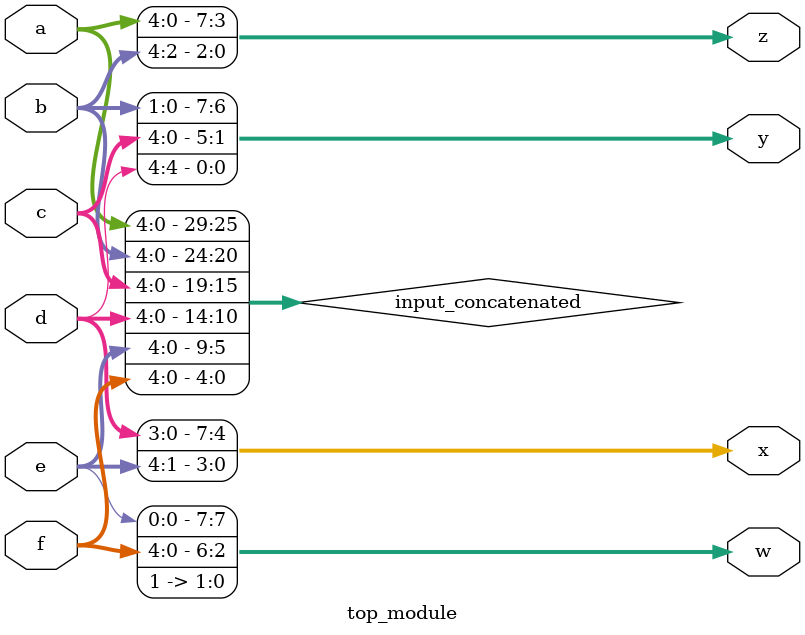
<source format=sv>
module top_module (
    input [4:0] a,
    input [4:0] b,
    input [4:0] c,
    input [4:0] d,
    input [4:0] e,
    input [4:0] f,
    output [7:0] w,
    output [7:0] x,
    output [7:0] y,
    output [7:0] z
);

    wire [29:0] input_concatenated;
    
    assign input_concatenated = {a, b, c, d, e, f};

    assign {z, y, x, w} = {input_concatenated, 2'b11};
    
endmodule

</source>
